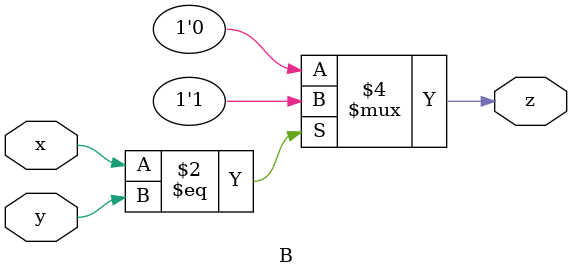
<source format=v>
module top_module (input x, input y, output z);
    //Declaring wires
    wire [3:0]mod_out;
    wire [1:0]gate_out;
    
    //Instantiating modules
    A a1( .x(x), .y(y), .z(mod_out[0]) );
    B b1( .x(x), .y(y), .z(mod_out[1]) );
    A a2( .x(x), .y(y), .z(mod_out[2]) );
    B b2( .x(x), .y(y), .z(mod_out[3]) );
    
    assign gate_out[0] = |mod_out[1:0];
    assign gate_out[1] = &mod_out[3:2];
    assign z = ^gate_out[1:0];

endmodule

//Describing submodule A
module A (input x, input y, output z);
 assign z = (x^y) & x;
endmodule
//********

//Describing submodule B
module B ( input x, input y, output z );
    always @ (x or y)begin
        if (x==y) z = 1'b1;
        else z = 1'b0;
    end
endmodule
//********
</source>
